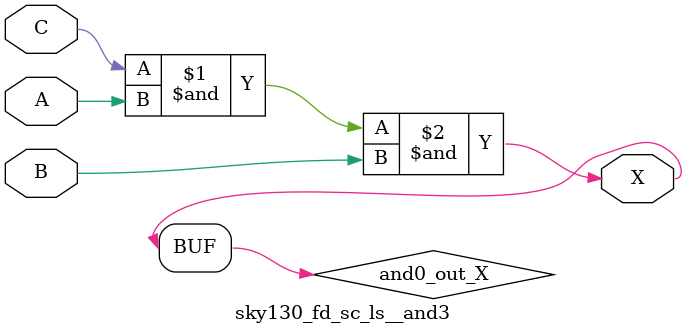
<source format=v>
module sky130_fd_sc_ls__and3 (
    X,
    A,
    B,
    C
);
    output X;
    input  A;
    input  B;
    input  C;
    wire and0_out_X;
    and and0 (and0_out_X, C, A, B        );
    buf buf0 (X         , and0_out_X     );
endmodule
</source>
